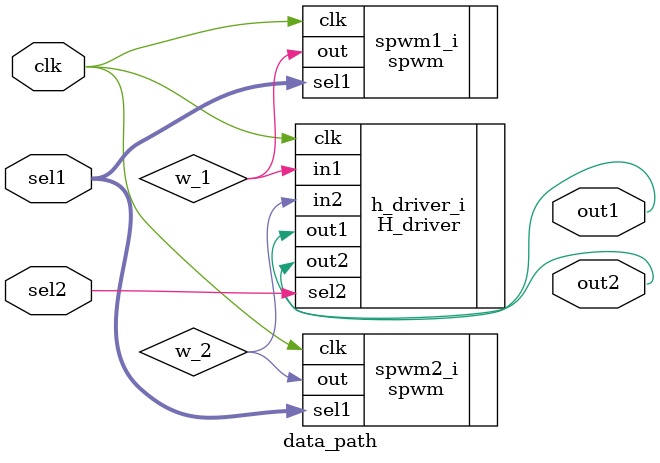
<source format=v>

module data_path(
	input clk,
	input [5:0] sel1,
	input sel2,
	output out1,
	output out2
	);
	
	wire w_1, w_2;
	
	
	spwm spwm1_i(
		.clk(clk),
		.sel1(sel1),
		.out(w_1)
		);
	
	spwm spwm2_i(
		.clk(clk),
		.sel1(sel1),
		.out(w_2)
		);
		
	H_driver h_driver_i(
		.clk(clk),
		.sel2(sel2),
		.in1(w_1),
		.in2(w_2),
		.out1(out1),
		.out2(out2)
		);
	
endmodule
</source>
